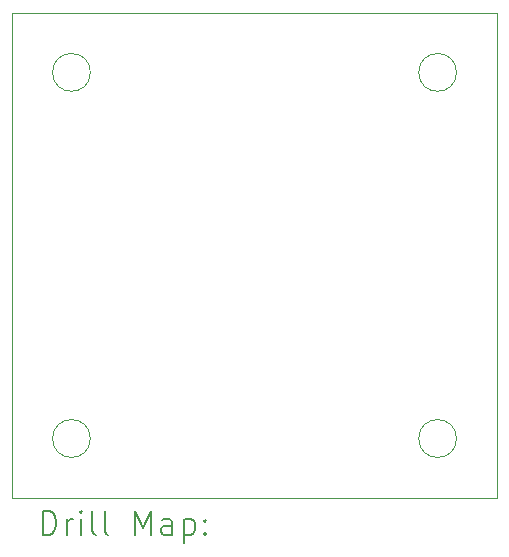
<source format=gbr>
%TF.GenerationSoftware,KiCad,Pcbnew,8.0.8*%
%TF.CreationDate,2025-02-17T18:22:21+00:00*%
%TF.ProjectId,tmc2208-adapter,746d6332-3230-4382-9d61-646170746572,rev?*%
%TF.SameCoordinates,Original*%
%TF.FileFunction,Drillmap*%
%TF.FilePolarity,Positive*%
%FSLAX45Y45*%
G04 Gerber Fmt 4.5, Leading zero omitted, Abs format (unit mm)*
G04 Created by KiCad (PCBNEW 8.0.8) date 2025-02-17 18:22:21*
%MOMM*%
%LPD*%
G01*
G04 APERTURE LIST*
%ADD10C,0.050000*%
%ADD11C,0.200000*%
G04 APERTURE END LIST*
D10*
X23260000Y-11100000D02*
G75*
G02*
X22940000Y-11100000I-160000J0D01*
G01*
X22940000Y-11100000D02*
G75*
G02*
X23260000Y-11100000I160000J0D01*
G01*
X20160000Y-11100000D02*
G75*
G02*
X19840000Y-11100000I-160000J0D01*
G01*
X19840000Y-11100000D02*
G75*
G02*
X20160000Y-11100000I160000J0D01*
G01*
X20160000Y-8000000D02*
G75*
G02*
X19840000Y-8000000I-160000J0D01*
G01*
X19840000Y-8000000D02*
G75*
G02*
X20160000Y-8000000I160000J0D01*
G01*
X23260000Y-8000000D02*
G75*
G02*
X22940000Y-8000000I-160000J0D01*
G01*
X22940000Y-8000000D02*
G75*
G02*
X23260000Y-8000000I160000J0D01*
G01*
X19500000Y-11600000D02*
X19500000Y-7500000D01*
X23600000Y-11600000D02*
X19500000Y-11600000D01*
X23600000Y-7500000D02*
X23600000Y-11600000D01*
X19500000Y-7500000D02*
X23600000Y-7500000D01*
D11*
X19758277Y-11913984D02*
X19758277Y-11713984D01*
X19758277Y-11713984D02*
X19805896Y-11713984D01*
X19805896Y-11713984D02*
X19834467Y-11723508D01*
X19834467Y-11723508D02*
X19853515Y-11742555D01*
X19853515Y-11742555D02*
X19863039Y-11761603D01*
X19863039Y-11761603D02*
X19872563Y-11799698D01*
X19872563Y-11799698D02*
X19872563Y-11828269D01*
X19872563Y-11828269D02*
X19863039Y-11866365D01*
X19863039Y-11866365D02*
X19853515Y-11885412D01*
X19853515Y-11885412D02*
X19834467Y-11904460D01*
X19834467Y-11904460D02*
X19805896Y-11913984D01*
X19805896Y-11913984D02*
X19758277Y-11913984D01*
X19958277Y-11913984D02*
X19958277Y-11780650D01*
X19958277Y-11818746D02*
X19967801Y-11799698D01*
X19967801Y-11799698D02*
X19977324Y-11790174D01*
X19977324Y-11790174D02*
X19996372Y-11780650D01*
X19996372Y-11780650D02*
X20015420Y-11780650D01*
X20082086Y-11913984D02*
X20082086Y-11780650D01*
X20082086Y-11713984D02*
X20072563Y-11723508D01*
X20072563Y-11723508D02*
X20082086Y-11733031D01*
X20082086Y-11733031D02*
X20091610Y-11723508D01*
X20091610Y-11723508D02*
X20082086Y-11713984D01*
X20082086Y-11713984D02*
X20082086Y-11733031D01*
X20205896Y-11913984D02*
X20186848Y-11904460D01*
X20186848Y-11904460D02*
X20177324Y-11885412D01*
X20177324Y-11885412D02*
X20177324Y-11713984D01*
X20310658Y-11913984D02*
X20291610Y-11904460D01*
X20291610Y-11904460D02*
X20282086Y-11885412D01*
X20282086Y-11885412D02*
X20282086Y-11713984D01*
X20539229Y-11913984D02*
X20539229Y-11713984D01*
X20539229Y-11713984D02*
X20605896Y-11856841D01*
X20605896Y-11856841D02*
X20672563Y-11713984D01*
X20672563Y-11713984D02*
X20672563Y-11913984D01*
X20853515Y-11913984D02*
X20853515Y-11809222D01*
X20853515Y-11809222D02*
X20843991Y-11790174D01*
X20843991Y-11790174D02*
X20824944Y-11780650D01*
X20824944Y-11780650D02*
X20786848Y-11780650D01*
X20786848Y-11780650D02*
X20767801Y-11790174D01*
X20853515Y-11904460D02*
X20834467Y-11913984D01*
X20834467Y-11913984D02*
X20786848Y-11913984D01*
X20786848Y-11913984D02*
X20767801Y-11904460D01*
X20767801Y-11904460D02*
X20758277Y-11885412D01*
X20758277Y-11885412D02*
X20758277Y-11866365D01*
X20758277Y-11866365D02*
X20767801Y-11847317D01*
X20767801Y-11847317D02*
X20786848Y-11837793D01*
X20786848Y-11837793D02*
X20834467Y-11837793D01*
X20834467Y-11837793D02*
X20853515Y-11828269D01*
X20948753Y-11780650D02*
X20948753Y-11980650D01*
X20948753Y-11790174D02*
X20967801Y-11780650D01*
X20967801Y-11780650D02*
X21005896Y-11780650D01*
X21005896Y-11780650D02*
X21024944Y-11790174D01*
X21024944Y-11790174D02*
X21034467Y-11799698D01*
X21034467Y-11799698D02*
X21043991Y-11818746D01*
X21043991Y-11818746D02*
X21043991Y-11875888D01*
X21043991Y-11875888D02*
X21034467Y-11894936D01*
X21034467Y-11894936D02*
X21024944Y-11904460D01*
X21024944Y-11904460D02*
X21005896Y-11913984D01*
X21005896Y-11913984D02*
X20967801Y-11913984D01*
X20967801Y-11913984D02*
X20948753Y-11904460D01*
X21129705Y-11894936D02*
X21139229Y-11904460D01*
X21139229Y-11904460D02*
X21129705Y-11913984D01*
X21129705Y-11913984D02*
X21120182Y-11904460D01*
X21120182Y-11904460D02*
X21129705Y-11894936D01*
X21129705Y-11894936D02*
X21129705Y-11913984D01*
X21129705Y-11790174D02*
X21139229Y-11799698D01*
X21139229Y-11799698D02*
X21129705Y-11809222D01*
X21129705Y-11809222D02*
X21120182Y-11799698D01*
X21120182Y-11799698D02*
X21129705Y-11790174D01*
X21129705Y-11790174D02*
X21129705Y-11809222D01*
M02*

</source>
